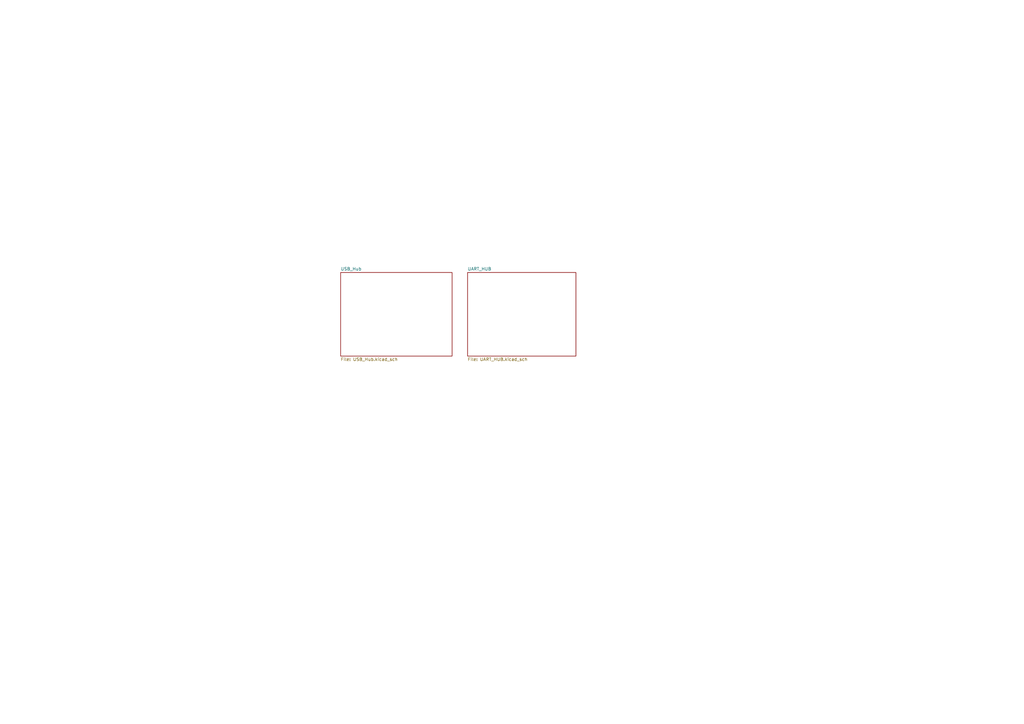
<source format=kicad_sch>
(kicad_sch
	(version 20231120)
	(generator "eeschema")
	(generator_version "8.0")
	(uuid "734b2ac7-12e7-4e60-a494-81989fcac3dc")
	(paper "A3")
	(title_block
		(title "Radxa Shield Rev. 1.1")
		(date "2024-08-16")
		(rev "V1.1")
		(company "Radxa Shield Rev. 1.1")
	)
	(lib_symbols)
	(sheet
		(at 191.77 111.76)
		(size 44.45 34.29)
		(fields_autoplaced yes)
		(stroke
			(width 0.1524)
			(type solid)
		)
		(fill
			(color 0 0 0 0.0000)
		)
		(uuid "34c23f56-3ffb-4f38-9180-3945a129f697")
		(property "Sheetname" "UART_HUB"
			(at 191.77 111.0484 0)
			(effects
				(font
					(size 1.27 1.27)
				)
				(justify left bottom)
			)
		)
		(property "Sheetfile" "UART_HUB.kicad_sch"
			(at 191.77 146.6346 0)
			(effects
				(font
					(size 1.27 1.27)
				)
				(justify left top)
			)
		)
		(instances
			(project "Radxa Shield Rev. 1.2"
				(path "/734b2ac7-12e7-4e60-a494-81989fcac3dc"
					(page "3")
				)
			)
		)
	)
	(sheet
		(at 139.7 111.76)
		(size 45.72 34.29)
		(fields_autoplaced yes)
		(stroke
			(width 0.1524)
			(type solid)
		)
		(fill
			(color 0 0 0 0.0000)
		)
		(uuid "6cff7a4a-74d4-4510-bc5c-148570ae8538")
		(property "Sheetname" "USB_Hub"
			(at 139.7 111.0484 0)
			(effects
				(font
					(size 1.27 1.27)
				)
				(justify left bottom)
			)
		)
		(property "Sheetfile" "USB_Hub.kicad_sch"
			(at 139.7 146.6346 0)
			(effects
				(font
					(size 1.27 1.27)
				)
				(justify left top)
			)
		)
		(instances
			(project "Radxa Shield Rev. 1.2"
				(path "/734b2ac7-12e7-4e60-a494-81989fcac3dc"
					(page "2")
				)
			)
		)
	)
	(sheet_instances
		(path "/"
			(page "1")
		)
	)
)

</source>
